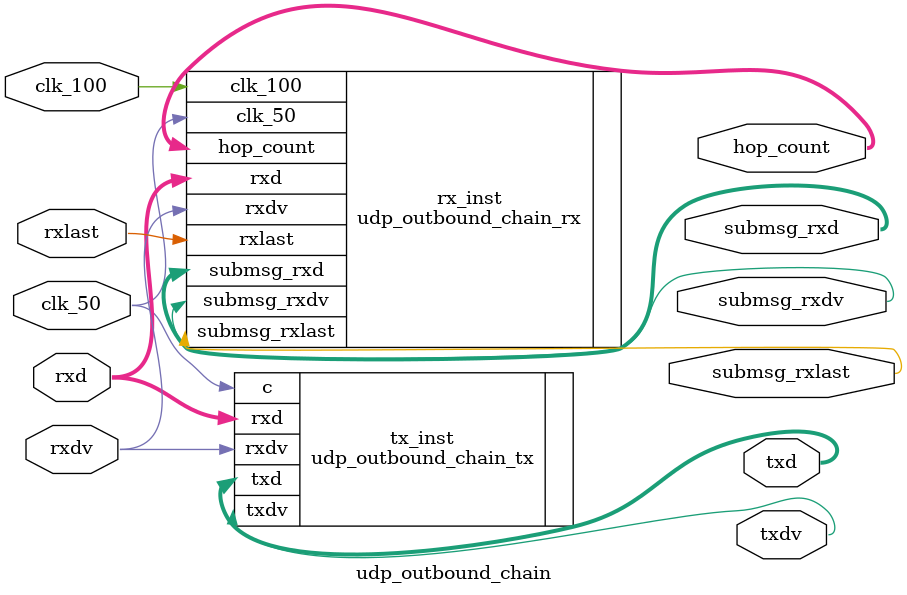
<source format=v>
`timescale 1ns/1ns
module udp_outbound_chain
(input        clk_50,
 input        clk_100,
 input  [7:0] rxd,
 input        rxdv,
 input        rxlast,
 output [7:0] txd,
 output       txdv,
 output [15:0] hop_count,
 output [7:0] submsg_rxd,
 output       submsg_rxdv,
 output       submsg_rxlast);

udp_outbound_chain_rx rx_inst
(.clk_50(clk_50), .clk_100(clk_100),
 .rxd(rxd), .rxdv(rxdv), .rxlast(rxlast),
 .hop_count(hop_count),
 .submsg_rxd(submsg_rxd), 
 .submsg_rxdv(submsg_rxdv), 
 .submsg_rxlast(submsg_rxlast));

udp_outbound_chain_tx tx_inst
(.c(clk_50), .rxd(rxd), .rxdv(rxdv), .txd(txd), .txdv(txdv));

endmodule 

`ifdef test_udp_outbound_chain

module udp_outbound_chain_tb();

wire c;
sim_clk #(125) clk_125(c);

reg [7:0] rxd;
reg rxdv, rxlast;

wire [7:0] submsg_rxd, txd;
wire submsg_rxdv, txdv;

udp_outbound_chain dut(.*);

wire [7:0] node2_txd, node2_submsg_rxd;
wire node2_txdv, node2_submsg_rxdv;
reg node2_rxlast;
udp_outbound_chain dut2
(.c(c), 
 .rxd(txd), .rxdv(txdv), .rxlast(node2_rxlast),
 .txd(node2_txd), .txdv(node2_txdv),
 .submsg_rxd(node2_submsg_rxd), .submsg_rxdv(node2_submsg_rxdv));

wire [7:0] node3_txd, node3_submsg_rxd;
wire node3_txdv, node3_submsg_rxdv;
reg node3_rxlast;
udp_outbound_chain dut3
(.c(c), 
 .rxd(node2_txd), .rxdv(node2_txdv), .rxlast(node3_rxlast),
 .txd(node3_txd), .txdv(node3_txdv),
 .submsg_rxd(node3_submsg_rxd), .submsg_rxdv(node3_submsg_rxdv));

localparam PKT_LEN = 24;
reg [7:0] pkt [PKT_LEN-1:0];
integer i;

initial begin
  $dumpfile("udp_outbound_chain.lxt");
  $dumpvars();

  pkt[0] = 8'h1; // protocol low
  pkt[1] = 8'h0; // protocol high
  pkt[2] = 8'h0; // hop count low
  pkt[3] = 8'h0; // hop count high
  pkt[4] = 8'h0; // submsg addr low
  pkt[5] = 8'h0; // submsg addr high
  pkt[6] = 8'h2; // submsg len low
  pkt[7] = 8'h0; // submsg len high
  pkt[8] = 8'h12; // payload byte 0
  pkt[9] = 8'h34; // payload byte 1
  ////
  pkt[10] = 8'h1; // submsg addr low
  pkt[11] = 8'h0; // submsg addr high
  pkt[12] = 8'h2; // submsg len low
  pkt[13] = 8'h0; // submsg len high
  pkt[14] = 8'h56; // payload byte 0
  pkt[15] = 8'h78; // payload byte 1
  ////
  pkt[16] = 8'h2; // submsg addr low
  pkt[17] = 8'h0; // submsg addr high
  pkt[18] = 8'h4; // submsg len low
  pkt[19] = 8'h0; // submsg len high
  pkt[20] = 8'hab; // payload byte 0
  pkt[21] = 8'hcd; // payload byte 1
  pkt[22] = 8'hef; // payload byte 0
  pkt[23] = 8'h42; // payload byte 1
  ////

  rxd = 1'b0;
  rxdv = 8'h0;
  rxlast = 1'b0;
  #100;
  for (i = 0; i < PKT_LEN; i = i + 1) begin
    wait(~c);
    wait(c);
    rxd <= pkt[i];
    rxdv <= 1'b1;
  end
  wait(~c);
  wait(c);
  rxdv <= 1'b0;
  rxd <= 8'h0;

  for (i = 0; i < 20; i = i + 1) begin
    wait(~c);
    wait(c);
  end
  rxlast <= 1'b1;
  node2_rxlast <= 1'b1;
  node3_rxlast <= 1'b1;
  wait(~c);
  wait(c);
  rxlast <= 1'b0;
  node2_rxlast <= 1'b0;
  node3_rxlast <= 1'b0;

  #1000;
  $finish();
end
endmodule

`endif

</source>
